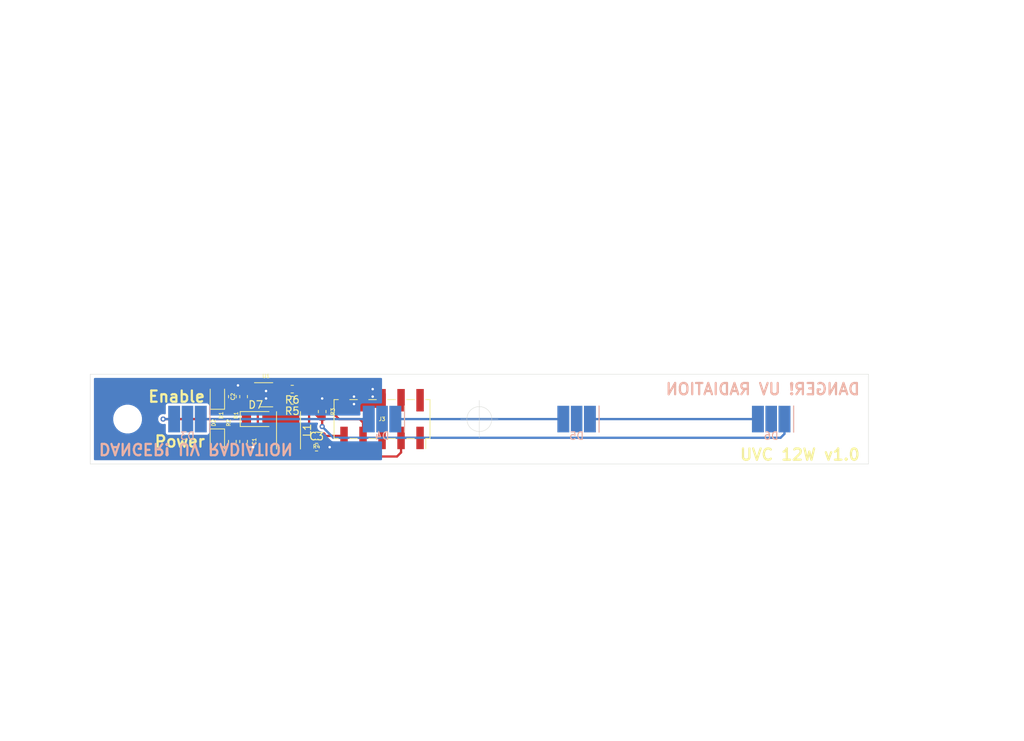
<source format=kicad_pcb>
(kicad_pcb (version 20211014) (generator pcbnew)
  (layers (0 "F.Cu" signal) (31 "B.Cu" signal) (34 "B.Paste" user) (35 "F.Paste" user) (36 "B.SilkS" user "B.Silkscreen") (37 "F.SilkS" user "F.Silkscreen") (38 "B.Mask" user) (39 "F.Mask" user) (44 "Edge.Cuts" user))
  (net 0 "")
  (net 1 "GND")
  (net 2 "/Vin")
  (net 3 "Net-(C2-Pad1)")
  (net 4 "/Enable")
  (net 5 "Net-(D1-Pad1)")
  (net 6 "Net-(D2-Pad1)")
  (net 7 "Net-(D3-Pad1)")
  (net 8 "Net-(D4-Pad1)")
  (net 9 "Net-(D5-Pad1)")
  (net 10 "Net-(D6-Pad1)")
  (net 11 "/Dim")
  (net 12 "Net-(C3-Pad1)")
  (net 13 "Net-(D7-Pad2)")
  (net 14 "Net-(J3-Pad5)")
  (net 15 "Net-(J3-Pad4)")
  (net 16 "Net-(J3-Pad2)")
  (net 17 "Net-(R5-Pad2)")
  (footprint "Capacitor_SMD:C_0603_1608Metric" (layer "F.Cu") (at -31.5 -3 90)
    (fp_text reference "C2" (at 0 -1.43 90) (layer "F.SilkS") (effects (font (size 0.5 0.5) (thickness 0.1))))
    (fp_text value "0.22u")
    (fp_line (start -0.162779 -0.51) (end 0.162779 -0.51) (layer "F.SilkS") (width 0.12))
    (fp_line (start -0.162779 0.51) (end 0.162779 0.51) (layer "F.SilkS") (width 0.12))
    (pad "1" smd roundrect locked (at -0.7875 0 90) (size 0.875 0.95) (layers "F.Cu" "F.Paste" "F.Mask") (net 3 "Net-(C2-Pad1)"))
    (pad "2" smd roundrect locked (at 0.7875 0 90) (size 0.875 0.95) (layers "F.Cu" "F.Paste" "F.Mask") (net 1 "GND"))
  )
  (footprint "Connector_PinSocket_2.54mm:PinSocket_2x05_P2.54mm_Vertical_SMD" (layer "F.Cu") (at -13 0 -90)
    (fp_text reference "J3" (at 0 0 180) (layer "F.SilkS") (effects (font (size 0.5 0.5) (thickness 0.1))))
    (fp_text value "Conn_02x05_Odd_Even")
    (fp_line (start -2.6 -4.32) (end -2.6 -3.3) (layer "F.SilkS") (width 0.12))
    (fp_line (start 2.6 -6.41) (end 2.6 -5.84) (layer "F.SilkS") (width 0.12))
    (fp_line (start -2.6 -6.41) (end 2.6 -6.41) (layer "F.SilkS") (width 0.12))
    (fp_line (start -2.6 3.3) (end -2.6 4.32) (layer "F.SilkS") (width 0.12))
    (fp_line (start -2.6 -1.78) (end -2.6 -0.76) (layer "F.SilkS") (width 0.12))
    (fp_line (start 2.6 5.84) (end 2.6 6.41) (layer "F.SilkS") (width 0.12))
    (fp_line (start 2.6 -1.78) (end 2.6 -0.76) (layer "F.SilkS") (width 0.12))
    (fp_line (start 2.6 -5.84) (end 3.96 -5.84) (layer "F.SilkS") (width 0.12))
    (fp_line (start -2.6 0.76) (end -2.6 1.78) (layer "F.SilkS") (width 0.12))
    (fp_line (start 2.6 0.76) (end 2.6 1.78) (layer "F.SilkS") (width 0.12))
    (fp_line (start -2.6 -6.41) (end -2.6 -5.84) (layer "F.SilkS") (width 0.12))
    (fp_line (start -2.6 6.41) (end 2.6 6.41) (layer "F.SilkS") (width 0.12))
    (fp_line (start 2.6 3.3) (end 2.6 4.32) (layer "F.SilkS") (width 0.12))
    (fp_line (start 2.6 -4.32) (end 2.6 -3.3) (layer "F.SilkS") (width 0.12))
    (fp_line (start -2.6 5.84) (end -2.6 6.41) (layer "F.SilkS") (width 0.12))
    (pad "1" smd rect locked (at 2.52 -5.08 270) (size 3 1) (layers "F.Cu" "F.Paste" "F.Mask") (net 2 "/Vin"))
    (pad "2" smd rect locked (at -2.52 -5.08 270) (size 3 1) (layers "F.Cu" "F.Paste" "F.Mask") (net 16 "Net-(J3-Pad2)"))
    (pad "3" smd rect locked (at 2.52 -2.54 270) (size 3 1) (layers "F.Cu" "F.Paste" "F.Mask") (net 2 "/Vin"))
    (pad "4" smd rect locked (at -2.52 -2.54 270) (size 3 1) (layers "F.Cu" "F.Paste" "F.Mask") (net 15 "Net-(J3-Pad4)"))
    (pad "5" smd rect locked (at 2.52 0 270) (size 3 1) (layers "F.Cu" "F.Paste" "F.Mask") (net 14 "Net-(J3-Pad5)"))
    (pad "6" smd rect locked (at -2.52 0 270) (size 3 1) (layers "F.Cu" "F.Paste" "F.Mask") (net 1 "GND"))
    (pad "7" smd rect locked (at 2.52 2.54 270) (size 3 1) (layers "F.Cu" "F.Paste" "F.Mask") (net 4 "/Enable"))
    (pad "8" smd rect locked (at -2.52 2.54 270) (size 3 1) (layers "F.Cu" "F.Paste" "F.Mask") (net 1 "GND"))
    (pad "9" smd rect locked (at 2.52 5.08 270) (size 3 1) (layers "F.Cu" "F.Paste" "F.Mask") (net 11 "/Dim"))
    (pad "10" smd rect locked (at -2.52 5.08 270) (size 3 1) (layers "F.Cu" "F.Paste" "F.Mask") (net 1 "GND"))
  )
  (footprint "Resistor_SMD:R_0603_1608Metric" (layer "F.Cu") (at -21.75 2.25 180)
    (fp_text reference "R4" (at 0 -1.43) (layer "F.SilkS") (effects (font (size 0.5 0.5) (thickness 0.1))))
    (fp_text value "0")
    (fp_line (start -0.162779 0.51) (end 0.162779 0.51) (layer "F.SilkS") (width 0.12))
    (fp_line (start -0.162779 -0.51) (end 0.162779 -0.51) (layer "F.SilkS") (width 0.12))
    (pad "1" smd roundrect locked (at -0.7875 0 180) (size 0.875 0.95) (layers "F.Cu" "F.Paste" "F.Mask") (net 11 "/Dim"))
    (pad "2" smd roundrect locked (at 0.7875 0 180) (size 0.875 0.95) (layers "F.Cu" "F.Paste" "F.Mask") (net 12 "Net-(C3-Pad1)"))
  )
  (footprint "Package_TO_SOT_SMD:SOT-23-6" (layer "F.Cu") (at -28.5 -3.25)
    (fp_text reference "U1" (at 0 -2.5) (layer "F.SilkS") (effects (font (size 0.5 0.5) (thickness 0.1))))
    (fp_text value "R1218x")
    (fp_line (start -0.9 1.61) (end 0.9 1.61) (layer "F.SilkS") (width 0.12))
    (fp_line (start 0.9 -1.61) (end -1.55 -1.61) (layer "F.SilkS") (width 0.12))
    (pad "1" smd rect locked (at -1.1 -0.95) (size 1.06 0.65) (layers "F.Cu" "F.Paste" "F.Mask") (net 4 "/Enable"))
    (pad "2" smd rect locked (at -1.1 0) (size 1.06 0.65) (layers "F.Cu" "F.Paste" "F.Mask") (net 3 "Net-(C2-Pad1)"))
    (pad "3" smd rect locked (at -1.1 0.95) (size 1.06 0.65) (layers "F.Cu" "F.Paste" "F.Mask") (net 2 "/Vin"))
    (pad "4" smd rect locked (at 1.1 0.95) (size 1.06 0.65) (layers "F.Cu" "F.Paste" "F.Mask") (net 13 "Net-(D7-Pad2)"))
    (pad "5" smd rect locked (at 1.1 0) (size 1.06 0.65) (layers "F.Cu" "F.Paste" "F.Mask") (net 1 "GND"))
    (pad "6" smd rect locked (at 1.1 -0.95) (size 1.06 0.65) (layers "F.Cu" "F.Paste" "F.Mask") (net 17 "Net-(R5-Pad2)"))
  )
  (footprint "Inductor_SMD:L_Taiyo-Yuden_NR-30xx_HandSoldering" (layer "F.Cu") (at -25.5 1.5 -90)
    (fp_text reference "L1" (at 0 -2.5 90) (layer "F.SilkS"))
    (fp_text value "22u")
    (fp_line (start -2.5 1.6) (end 2.5 1.6) (layer "F.SilkS") (width 0.12))
    (fp_line (start -2.5 -1.6) (end 2.5 -1.6) (layer "F.SilkS") (width 0.12))
    (pad "1" smd rect locked (at -1.6 0 270) (size 1.8 2.9) (layers "F.Cu" "F.Paste" "F.Mask") (net 13 "Net-(D7-Pad2)"))
    (pad "2" smd rect locked (at 1.6 0 270) (size 1.8 2.9) (layers "F.Cu" "F.Paste" "F.Mask") (net 2 "/Vin"))
  )
  (footprint "Capacitor_SMD:C_0603_1608Metric" (layer "F.Cu") (at -31.5 3 -90)
    (fp_text reference "C1" (at 0 -1.43 90) (layer "F.SilkS") (effects (font (size 0.5 0.5) (thickness 0.1))))
    (fp_text value "1u")
    (fp_line (start -0.162779 0.51) (end 0.162779 0.51) (layer "F.SilkS") (width 0.12))
    (fp_line (start -0.162779 -0.51) (end 0.162779 -0.51) (layer "F.SilkS") (width 0.12))
    (pad "1" smd roundrect locked (at -0.7875 0 270) (size 0.875 0.95) (layers "F.Cu" "F.Paste" "F.Mask") (net 2 "/Vin"))
    (pad "2" smd roundrect locked (at 0.7875 0 270) (size 0.875 0.95) (layers "F.Cu" "F.Paste" "F.Mask") (net 1 "GND"))
  )
  (footprint "MountingHole:MountingHole_3.2mm_M3" (layer "F.Cu") (at 47 0)
    (fp_text reference "REF**" hide)
    (fp_text value "MountingHole_3.2mm_M3")
    (pad "" np_thru_hole circle locked (at 0 0) (size 3.2 3.2) (drill 3.2) (layers *.Cu *.Mask))
  )
  (footprint "MountingHole:MountingHole_3.2mm_M3" (layer "F.Cu") (at -47 0)
    (fp_text reference "REF**" hide)
    (fp_text value "MountingHole_3.2mm_M3")
    (pad "" np_thru_hole circle locked (at 0 0) (size 3.2 3.2) (drill 3.2) (layers *.Cu *.Mask))
  )
  (footprint "LED_SMD:LED_0805_2012Metric" (layer "F.Cu") (at -35 -3 90)
    (fp_text reference "D1" (at -2.5 0.5 90) (layer "F.SilkS") (effects (font (size 0.5 0.5) (thickness 0.1))))
    (fp_text value "LED")
    (fp_line (start -1.685 0.96) (end 1 0.96) (layer "F.SilkS") (width 0.12))
    (fp_line (start 1 -0.96) (end -1.685 -0.96) (layer "F.SilkS") (width 0.12))
    (fp_line (start -1.685 -0.96) (end -1.685 0.96) (layer "F.SilkS") (width 0.12))
    (pad "1" smd roundrect locked (at -0.9375 0 90) (size 0.975 1.4) (layers "F.Cu" "F.Paste" "F.Mask") (net 5 "Net-(D1-Pad1)"))
    (pad "2" smd roundrect locked (at 0.9375 0 90) (size 0.975 1.4) (layers "F.Cu" "F.Paste" "F.Mask") (net 4 "/Enable"))
  )
  (footprint "Resistor_SMD:R_0603_1608Metric" (layer "F.Cu") (at -33 -3 -90)
    (fp_text reference "R1" (at 2.5 -0.5 90) (layer "F.SilkS") (effects (font (size 0.5 0.5) (thickness 0.1))))
    (fp_text value "10k")
    (fp_line (start -0.162779 0.51) (end 0.162779 0.51) (layer "F.SilkS") (width 0.12))
    (fp_line (start -0.162779 -0.51) (end 0.162779 -0.51) (layer "F.SilkS") (width 0.12))
    (pad "1" smd roundrect locked (at -0.7875 0 270) (size 0.875 0.95) (layers "F.Cu" "F.Paste" "F.Mask") (net 1 "GND"))
    (pad "2" smd roundrect locked (at 0.7875 0 270) (size 0.875 0.95) (layers "F.Cu" "F.Paste" "F.Mask") (net 5 "Net-(D1-Pad1)"))
  )
  (footprint "LED_SMD:LED_0805_2012Metric" (layer "F.Cu") (at -35 3 -90)
    (fp_text reference "D2" (at -2.5 0.5 90) (layer "F.SilkS") (effects (font (size 0.5 0.5) (thickness 0.1))))
    (fp_text value "LED")
    (fp_line (start -1.685 0.96) (end 1 0.96) (layer "F.SilkS") (width 0.12))
    (fp_line (start -1.685 -0.96) (end -1.685 0.96) (layer "F.SilkS") (width 0.12))
    (fp_line (start 1 -0.96) (end -1.685 -0.96) (layer "F.SilkS") (width 0.12))
    (pad "1" smd roundrect locked (at -0.9375 0 270) (size 0.975 1.4) (layers "F.Cu" "F.Paste" "F.Mask") (net 6 "Net-(D2-Pad1)"))
    (pad "2" smd roundrect locked (at 0.9375 0 270) (size 0.975 1.4) (layers "F.Cu" "F.Paste" "F.Mask") (net 2 "/Vin"))
  )
  (footprint "Resistor_SMD:R_0603_1608Metric" (layer "F.Cu") (at -33 3 90)
    (fp_text reference "R2" (at 2.5 -0.5 90) (layer "F.SilkS") (effects (font (size 0.5 0.5) (thickness 0.1))))
    (fp_text value "10k")
    (fp_line (start -0.162779 0.51) (end 0.162779 0.51) (layer "F.SilkS") (width 0.12))
    (fp_line (start -0.162779 -0.51) (end 0.162779 -0.51) (layer "F.SilkS") (width 0.12))
    (pad "1" smd roundrect locked (at -0.7875 0 90) (size 0.875 0.95) (layers "F.Cu" "F.Paste" "F.Mask") (net 1 "GND"))
    (pad "2" smd roundrect locked (at 0.7875 0 90) (size 0.875 0.95) (layers "F.Cu" "F.Paste" "F.Mask") (net 6 "Net-(D2-Pad1)"))
  )
  (footprint "Capacitor_SMD:C_0603_1608Metric" (layer "F.Cu") (at -21.75 3.75)
    (fp_text reference "C3" (at 0 -1.43) (layer "F.SilkS"))
    (fp_text value "NP")
    (fp_line (start -0.162779 -0.51) (end 0.162779 -0.51) (layer "F.SilkS") (width 0.12))
    (fp_line (start -0.162779 0.51) (end 0.162779 0.51) (layer "F.SilkS") (width 0.12))
    (pad "1" smd roundrect locked (at -0.7875 0) (size 0.875 0.95) (layers "F.Cu" "F.Paste" "F.Mask") (net 12 "Net-(C3-Pad1)"))
    (pad "2" smd roundrect locked (at 0.7875 0) (size 0.875 0.95) (layers "F.Cu" "F.Paste" "F.Mask") (net 1 "GND"))
  )
  (footprint "Diode_SMD:D_SOD-123F" (layer "F.Cu") (at -29.75 0)
    (fp_text reference "D7" (at -0.127 -1.905) (layer "F.SilkS"))
    (fp_text value "D_Shockley")
    (fp_line (start -2.2 1) (end 1.65 1) (layer "F.SilkS") (width 0.12))
    (fp_line (start -2.2 -1) (end 1.65 -1) (layer "F.SilkS") (width 0.12))
    (fp_line (start -2.2 -1) (end -2.2 1) (layer "F.SilkS") (width 0.12))
    (pad "1" smd rect locked (at -1.4 0) (size 1.1 1.1) (layers "F.Cu" "F.Paste" "F.Mask") (net 3 "Net-(C2-Pad1)"))
    (pad "2" smd rect locked (at 1.4 0) (size 1.1 1.1) (layers "F.Cu" "F.Paste" "F.Mask") (net 13 "Net-(D7-Pad2)"))
  )
  (footprint "Resistor_SMD:R_0603_1608Metric" (layer "F.Cu") (at -25 -4 180)
    (fp_text reference "R6" (at 0 -1.43) (layer "F.SilkS"))
    (fp_text value "6k8")
    (fp_line (start -0.162779 0.51) (end 0.162779 0.51) (layer "F.SilkS") (width 0.12))
    (fp_line (start -0.162779 -0.51) (end 0.162779 -0.51) (layer "F.SilkS") (width 0.12))
    (pad "1" smd roundrect locked (at -0.7875 0 180) (size 0.875 0.95) (layers "F.Cu" "F.Paste" "F.Mask") (net 10 "Net-(D6-Pad1)"))
    (pad "2" smd roundrect locked (at 0.7875 0 180) (size 0.875 0.95) (layers "F.Cu" "F.Paste" "F.Mask") (net 17 "Net-(R5-Pad2)"))
  )
  (footprint "Resistor_SMD:R_0603_1608Metric" (layer "F.Cu") (at -25 -2.5 180)
    (fp_text reference "R5" (at 0 -1.43) (layer "F.SilkS"))
    (fp_text value "75k")
    (fp_line (start -0.162779 0.51) (end 0.162779 0.51) (layer "F.SilkS") (width 0.12))
    (fp_line (start -0.162779 -0.51) (end 0.162779 -0.51) (layer "F.SilkS") (width 0.12))
    (pad "1" smd roundrect locked (at -0.7875 0 180) (size 0.875 0.95) (layers "F.Cu" "F.Paste" "F.Mask") (net 12 "Net-(C3-Pad1)"))
    (pad "2" smd roundrect locked (at 0.7875 0 180) (size 0.875 0.95) (layers "F.Cu" "F.Paste" "F.Mask") (net 17 "Net-(R5-Pad2)"))
  )
  (footprint "Resistor_SMD:R_0603_1608Metric" (layer "F.Cu") (at -21 -1 -90)
    (fp_text reference "R3" (at 0 -1.43 90) (layer "F.SilkS") (effects (font (size 0.5 0.5) (thickness 0.1))))
    (fp_text value "6.8")
    (fp_line (start -0.162779 0.51) (end 0.162779 0.51) (layer "F.SilkS") (width 0.12))
    (fp_line (start -0.162779 -0.51) (end 0.162779 -0.51) (layer "F.SilkS") (width 0.12))
    (pad "1" smd roundrect locked (at -0.7875 0 270) (size 0.875 0.95) (layers "F.Cu" "F.Paste" "F.Mask") (net 1 "GND"))
    (pad "2" smd roundrect locked (at 0.7875 0 270) (size 0.875 0.95) (layers "F.Cu" "F.Paste" "F.Mask") (net 10 "Net-(D6-Pad1)"))
  )
  (footprint "UVA_12W:SML-LXF3535UVC" (layer "B.Cu") (at -13 0 180)
    (fp_text reference "D4" (at 0 -2.25) (layer "B.SilkS") (effects (justify mirror)))
    (fp_text value "LED")
    (fp_line (start -3 1.75) (end -3 -1.75) (layer "B.SilkS") (width 0.15))
    (pad "1" smd rect locked (at -1.775 0 180) (size 1.6 3.55) (layers "B.Cu" "B.Paste" "B.Mask") (net 8 "Net-(D4-Pad1)"))
    (pad "2" smd rect locked (at 1.775 0 180) (size 1.6 3.55) (layers "B.Cu" "B.Paste" "B.Mask") (net 7 "Net-(D3-Pad1)"))
    (pad "3" smd rect locked (at 0 0 180) (size 1.55 3.55) (layers "B.Cu" "B.Paste" "B.Mask"))
  )
  (footprint "UVA_12W:SML-LXF3535UVC" (layer "B.Cu") (at 13 0 180)
    (fp_text reference "D5" (at 0 -2.25) (layer "B.SilkS") (effects (justify mirror)))
    (fp_text value "LED")
    (fp_line (start -3 1.75) (end -3 -1.75) (layer "B.SilkS") (width 0.15))
    (pad "1" smd rect locked (at -1.775 0 180) (size 1.6 3.55) (layers "B.Cu" "B.Paste" "B.Mask") (net 9 "Net-(D5-Pad1)"))
    (pad "2" smd rect locked (at 1.775 0 180) (size 1.6 3.55) (layers "B.Cu" "B.Paste" "B.Mask") (net 8 "Net-(D4-Pad1)"))
    (pad "3" smd rect locked (at 0 0 180) (size 1.55 3.55) (layers "B.Cu" "B.Paste" "B.Mask"))
  )
  (footprint "UVA_12W:SML-LXF3535UVC" (layer "B.Cu") (at 39 0 180)
    (fp_text reference "D6" (at 0 -2.25) (layer "B.SilkS") (effects (justify mirror)))
    (fp_text value "LED")
    (fp_line (start -3 1.75) (end -3 -1.75) (layer "B.SilkS") (width 0.15))
    (pad "1" smd rect locked (at -1.775 0 180) (size 1.6 3.55) (layers "B.Cu" "B.Paste" "B.Mask") (net 10 "Net-(D6-Pad1)"))
    (pad "2" smd rect locked (at 1.775 0 180) (size 1.6 3.55) (layers "B.Cu" "B.Paste" "B.Mask") (net 9 "Net-(D5-Pad1)"))
    (pad "3" smd rect locked (at 0 0 180) (size 1.55 3.55) (layers "B.Cu" "B.Paste" "B.Mask"))
  )
  (footprint "UVA_12W:SML-LXF3535UVC" (layer "B.Cu") (at -39 0 180)
    (fp_text reference "D3" (at 0 -2.25) (layer "B.SilkS") (effects (justify mirror)))
    (fp_text value "LED")
    (fp_line (start -3 1.75) (end -3 -1.75) (layer "B.SilkS") (width 0.15))
    (pad "1" smd rect locked (at -1.775 0 180) (size 1.6 3.55) (layers "B.Cu" "B.Paste" "B.Mask") (net 7 "Net-(D3-Pad1)"))
    (pad "2" smd rect locked (at 1.775 0 180) (size 1.6 3.55) (layers "B.Cu" "B.Paste" "B.Mask") (net 3 "Net-(C2-Pad1)"))
    (pad "3" smd rect locked (at 0 0 180) (size 1.55 3.55) (layers "B.Cu" "B.Paste" "B.Mask"))
  )
  (gr_line (start 52 6) (end 52 -6) (layer "Edge.Cuts") (width 0.05))
  (gr_line (start 52 -6) (end -52 -6) (layer "Edge.Cuts") (width 0.05))
  (gr_line (start -52 6) (end 52 6) (layer "Edge.Cuts") (width 0.05))
  (gr_line (start -52 -6) (end -52 6) (layer "Edge.Cuts") (width 0.05))
  (gr_text "DANGER! UV RADIATION" (at -51 4 180) (layer "B.SilkS") (effects (font (size 1.5 1.5) (thickness 0.3)) (justify left mirror)))
  (gr_text "DANGER! UV RADIATION" (at 51 -4) (layer "B.SilkS") (effects (font (size 1.5 1.5) (thickness 0.3)) (justify left mirror)))
  (gr_text "Enable" (at -36.5 -3) (layer "F.SilkS") (effects (font (size 1.5 1.5) (thickness 0.3)) (justify right)))
  (gr_text "UVC 12W v1.0" (at 51 4.75) (layer "F.SilkS") (effects (font (size 1.5 1.5) (thickness 0.3)) (justify right)))
  (gr_text "Power" (at -36.5 3) (layer "F.SilkS") (effects (font (size 1.5 1.5) (thickness 0.3)) (justify right)))
  (target plus (at 0 0) (size 5) (width 0.05) (layer "Edge.Cuts"))
  (segment (start -28.5 -2.75) (end -28.5 -3.25) (width 0.3048) (layer "F.Cu") (net 1))
  (segment (start -33 3.7875) (end -31.5 3.7875) (width 0.3048) (layer "F.Cu") (net 1))
  (segment (start -31.5 -3.7875) (end -32.2875 -3.7875) (width 0.3048) (layer "F.Cu") (net 1))
  (segment (start -31.5 3.7875) (end -30.5375 3.7875) (width 0.3048) (layer "F.Cu") (net 1))
  (segment (start -28.5 -3.25) (end -28.5 -3.75) (width 0.3048) (layer "F.Cu") (net 1))
  (segment (start -32.2875 -3.7875) (end -32.2875 -4.4625) (width 0.3048) (layer "F.Cu") (net 1))
  (segment (start -32.2875 -4.4625) (end -32.25 -4.5) (width 0.3048) (layer "F.Cu") (net 1))
  (segment (start -30.2875 3.7875) (end -30.25 3.75) (width 0.3048) (layer "F.Cu") (net 1))
  (segment (start -27.4 -3.25) (end -28.5 -3.25) (width 0.3048) (layer "F.Cu") (net 1))
  (segment (start -21 -1.7875) (end -21 -2.75) (width 0.3048) (layer "F.Cu") (net 1))
  (segment (start -20.9625 3.75) (end -20 3.75) (width 0.3048) (layer "F.Cu") (net 1))
  (segment (start -32.2875 -3.7875) (end -33 -3.7875) (width 0.3048) (layer "F.Cu") (net 1))
  (via (at -16.75 -3) (size 0.6858) (drill 0.3302) (layers "F.Cu" "B.Cu") (net 1))
  (via (at -14.25 -4) (size 0.6858) (drill 0.3302) (layers "F.Cu" "B.Cu") (net 1))
  (via (at -30.25 3.75) (size 0.6858) (drill 0.3302) (layers "F.Cu" "B.Cu") (net 1))
  (via (at -16.75 -2) (size 0.6858) (drill 0.3302) (layers "F.Cu" "B.Cu") (net 1))
  (via (at -21 -2.75) (size 0.6858) (drill 0.3302) (layers "F.Cu" "B.Cu") (net 1))
  (via (at -20 3.75) (size 0.6858) (drill 0.3302) (layers "F.Cu" "B.Cu") (net 1))
  (via (at -28.5 -3.75) (size 0.6858) (drill 0.3302) (layers "F.Cu" "B.Cu") (net 1))
  (via (at -28.5 -2.75) (size 0.6858) (drill 0.3302) (layers "F.Cu" "B.Cu") (net 1))
  (via (at -32.25 -4.5) (size 0.6858) (drill 0.3302) (layers "F.Cu" "B.Cu") (net 1))
  (via (at -14.25 -3) (size 0.6858) (drill 0.3302) (layers "F.Cu" "B.Cu") (net 1))
  (segment (start -31.25 2.2125) (end -29.6625 2.2125) (width 0.3048) (layer "F.Cu") (net 2))
  (segment (start -11 5) (end -10.46 4.46) (width 0.3048) (layer "F.Cu") (net 2))
  (segment (start -10.46 4.46) (end -10.46 2.52) (width 0.3048) (layer "F.Cu") (net 2))
  (segment (start -29.6 2.4) (end -28.9 3.1) (width 0.3048) (layer "F.Cu") (net 2))
  (segment (start -29.6 -2.3) (end -29.6 2.15) (width 0.3048) (layer "F.Cu") (net 2))
  (segment (start -10.46 2.52) (end -7.92 2.52) (width 0.3048) (layer "F.Cu") (net 2))
  (segment (start -34.75 5) (end -11 5) (width 0.3048) (layer "F.Cu") (net 2))
  (segment (start -28.9 3.1) (end -25.5 3.1) (width 0.3048) (layer "F.Cu") (net 2))
  (segment (start -34.75 5) (end -35 4.75) (width 0.3048) (layer "F.Cu") (net 2))
  (segment (start -35 4.75) (end -35 3.9375) (width 0.3048) (layer "F.Cu") (net 2))
  (segment (start -29.6 2.15) (end -29.6 2.4) (width 0.3048) (layer "F.Cu") (net 2))
  (segment (start -25.5 3.1) (end -25.5 5) (width 0.3048) (layer "F.Cu") (net 2))
  (segment (start -29.6625 2.2125) (end -29.6 2.15) (width 0.3048) (layer "F.Cu") (net 2))
  (segment (start -31.4 0) (end -31.5 -0.1) (width 0.3048) (layer "F.Cu") (net 3))
  (segment (start -42.25 0) (end -31.4 0) (width 0.3048) (layer "F.Cu") (net 3))
  (segment (start -31.5 -0.1) (end -31.5 -2.2125) (width 0.3048) (layer "F.Cu") (net 3))
  (via (at -42.25 0) (size 0.6858) (drill 0.3302) (layers "F.Cu" "B.Cu") (net 3))
  (segment (start -42.25 0) (end -40.775 0) (width 0.3048) (layer "B.Cu") (net 3))
  (segment (start -29.897701 -5.147701) (end -34.602299 -5.147701) (width 0.3048) (layer "F.Cu") (net 4))
  (segment (start -19.5 -0.75) (end -19.5 -4.5) (width 0.3048) (layer "F.Cu") (net 4))
  (segment (start -29.6 -4.2) (end -29.6 -5.1) (width 0.3048) (layer "F.Cu") (net 4))
  (segment (start -19.5 -4.5) (end -20.147701 -5.147701) (width 0.3048) (layer "F.Cu") (net 4))
  (segment (start -16 0) (end -18.75 0) (width 0.3048) (layer "F.Cu") (net 4))
  (segment (start -15.54 0.46) (end -16 0) (width 0.3048) (layer "F.Cu") (net 4))
  (segment (start -18.75 0) (end -19.5 -0.75) (width 0.3048) (layer "F.Cu") (net 4))
  (segment (start -34.602299 -5.147701) (end -35 -4.75) (width 0.3048) (layer "F.Cu") (net 4))
  (segment (start -20.147701 -5.147701) (end -29.897701 -5.147701) (width 0.3048) (layer "F.Cu") (net 4))
  (segment (start -35 -4.75) (end -35 -3.9375) (width 0.3048) (layer "F.Cu") (net 4))
  (segment (start -15.54 2.52) (end -15.54 0.46) (width 0.3048) (layer "F.Cu") (net 4))
  (segment (start -33.15 -2.0625) (end -33 -2.2125) (width 0.3048) (layer "F.Cu") (net 5))
  (segment (start -35 -2.0625) (end -33.15 -2.0625) (width 0.3048) (layer "F.Cu") (net 5))
  (segment (start -35 2.0625) (end -33.15 2.0625) (width 0.3048) (layer "F.Cu") (net 6))
  (segment (start -33.15 2.0625) (end -33 2.2125) (width 0.3048) (layer "F.Cu") (net 6))
  (segment (start -37.225 0) (end -14.775 0) (width 0.3048) (layer "B.Cu") (net 7))
  (segment (start -11.225 0) (end 11.225 0) (width 0.3048) (layer "B.Cu") (net 8))
  (segment (start 14.775 0) (end 37.225 0) (width 0.3048) (layer "B.Cu") (net 9))
  (segment (start -22 -2.75) (end -23.25 -4) (width 0.3048) (layer "F.Cu") (net 10))
  (segment (start -23.25 -4) (end -24.2125 -4) (width 0.3048) (layer "F.Cu") (net 10))
  (segment (start -21.4625 -0.2125) (end -22 -0.75) (width 0.3048) (layer "F.Cu") (net 10))
  (segment (start -21 1) (end -21 -0.2125) (width 0.3048) (layer "F.Cu") (net 10))
  (segment (start -21 -0.2125) (end -21.4625 -0.2125) (width 0.3048) (layer "F.Cu") (net 10))
  (segment (start -22 -0.75) (end -22 -2.75) (width 0.3048) (layer "F.Cu") (net 10))
  (via (at -21 1) (size 0.6858) (drill 0.3302) (layers "F.Cu" "B.Cu") (net 10))
  (segment (start 40.775 1.975) (end 40.25 2.5) (width 0.3048) (layer "B.Cu") (net 10))
  (segment (start 40.775 0) (end 40.775 1.975) (width 0.3048) (layer "B.Cu") (net 10))
  (segment (start -19.5 2.5) (end -20.5 1.5) (width 0.3048) (layer "B.Cu") (net 10))
  (segment (start 40.25 2.5) (end -19.5 2.5) (width 0.3048) (layer "B.Cu") (net 10))
  (segment (start -20.5 1.5) (end -21 1) (width 0.3048) (layer "B.Cu") (net 10))
  (segment (start -18.35 2.25) (end -18.08 2.52) (width 0.3048) (layer "F.Cu") (net 11))
  (segment (start -20.9625 2.25) (end -18.35 2.25) (width 0.3048) (layer "F.Cu") (net 11))
  (segment (start -22.5375 2.25) (end -22.5375 1.25) (width 0.3048) (layer "F.Cu") (net 12))
  (segment (start -22.75 -2) (end -22.75 1.0375) (width 0.3048) (layer "F.Cu") (net 12))
  (segment (start -22.5375 3.75) (end -22.5375 2.25) (width 0.3048) (layer "F.Cu") (net 12))
  (segment (start -23.25 -2.5) (end -22.75 -2) (width 0.3048) (layer "F.Cu") (net 12))
  (segment (start -22.75 1.0375) (end -22.5375 1.25) (width 0.3048) (layer "F.Cu") (net 12))
  (segment (start -24.2125 -2.5) (end -23.25 -2.5) (width 0.3048) (layer "F.Cu") (net 12))
  (segment (start -27.4 -4.2) (end -26.7 -4.2) (width 0.3048) (layer "F.Cu") (net 17))
  (segment (start -26.5 -4) (end -25.7875 -4) (width 0.3048) (layer "F.Cu") (net 17))
  (segment (start -26.7 -4.2) (end -26.5 -4) (width 0.3048) (layer "F.Cu") (net 17))
  (segment (start -25.7875 -2.5) (end -25.7875 -4) (width 0.3048) (layer "F.Cu") (net 17))
  (zone (net 3) (net_name "Net-(C2-Pad1)") (layer "F.Cu") (connect_pads thru_hole_only (clearance 0.32)) (min_thickness 0.254) (fill yes (thermal_gap 0.508) (thermal_bridge_width 0.508))
    (polygon (pts (xy -29 -2.75) (xy -30.25 -2.75) (xy -30.5 -2.5) (xy -30.5 0.75) (xy -31.75 0.75) (xy -31.75 -2.5) (xy -30.5 -3.75) (xy -29 -3.75)))
  )
  (zone (net 13) (net_name "Net-(D7-Pad2)") (layer "F.Cu") (connect_pads thru_hole_only (clearance 0.32)) (min_thickness 0.254) (fill yes (thermal_gap 0.508) (thermal_bridge_width 0.508))
    (polygon (pts (xy -26.75 -1) (xy -24.25 -1) (xy -24.25 0.5) (xy -29 0.5) (xy -29 -1) (xy -28 -1) (xy -28 -2.75) (xy -26.75 -2.75)))
  )
  (zone (net 1) (net_name "GND") (layer "F.Cu") (connect_pads thru_hole_only (clearance 0.5)) (min_thickness 0.254) (fill yes (thermal_gap 0.508) (thermal_bridge_width 0.508))
    (polygon (pts (xy -12.5 -1.5) (xy -18.5 -1.5) (xy -18.5 -3.5) (xy -14.75 -3.5) (xy -14.75 -4.5) (xy -13.75 -4.5) (xy -13.75 -3.5) (xy -12.5 -3.5)))
  )
  (zone (net 1) (net_name "GND") (layer "B.Cu") (connect_pads thru_hole_only (clearance 0.32)) (min_thickness 0.25) (fill yes (thermal_gap 0.32) (thermal_bridge_width 0.32))
    (polygon (pts (xy -13 5.5) (xy -51.5 5.5) (xy -51.5 -5.5) (xy -13 -5.5)))
  )
)
</source>
